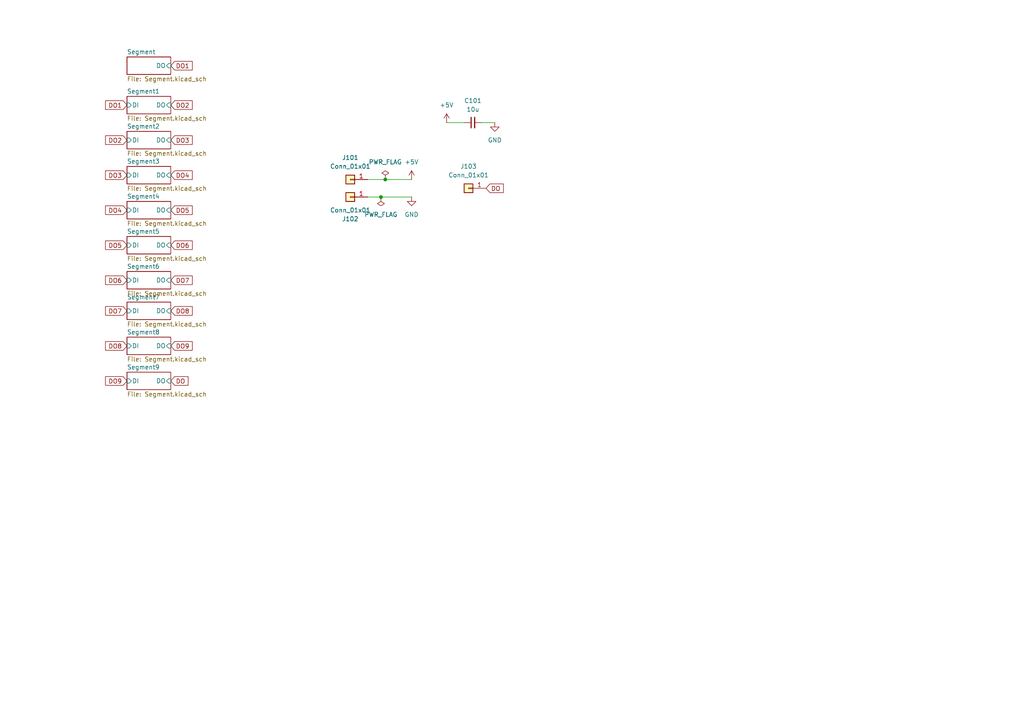
<source format=kicad_sch>
(kicad_sch (version 20250114) (generator "eeschema") (generator_version "9.0")
  (paper "A4")
  (lib_symbols
    (symbol "Connector_Generic:Conn_01x01" (pin_names (offset 1.016) (hide yes))
      (property "Reference" "J" (at 0 2.54 0))
      (property "Value" "Conn_01x01" (at 0 -2.54 0))
      (symbol "Conn_01x01_1_1"
        (rectangle (start -1.27 1.27) (end 1.27 -1.27) (stroke (width 0.254)) (fill (type background)))
        (rectangle (start -1.27 0.127) (end 0 -0.127) (stroke (width 0.1524)))
        (pin passive line (at -5.08 0 0) (length 3.81) (name "Pin_1") (number "1"))
      )
    )
    (symbol "Device:C_Small" (pin_numbers (hide yes)) (pin_names (offset 0.254) (hide yes))
      (property "Reference" "C" (at 0.254 1.778 0))
      (property "Value" "C_Small" (at 0.254 -2.032 0))
      (symbol "C_Small_0_1"
        (polyline (pts (xy -1.524 0.508) (xy 1.524 0.508)) (stroke (width 0.3048)))
        (polyline (pts (xy -1.524 -0.508) (xy 1.524 -0.508)) (stroke (width 0.3302)))
      )
      (symbol "C_Small_1_1"
        (pin passive line (at 0 2.54 270) (length 2.032) (name "~") (number "1"))
        (pin passive line (at 0 -2.54 90) (length 2.032) (name "~") (number "2"))
      )
    )
    (symbol "power:+5V" (power) (pin_numbers (hide yes)) (pin_names (offset 0) (hide yes))
      (property "Value" "+5V" (at 0 3.556 0))
      (symbol "+5V_0_1"
        (polyline (pts (xy -0.762 1.27) (xy 0 2.54)))
        (polyline (pts (xy 0 2.54) (xy 0.762 1.27)))
        (polyline (pts (xy 0 0) (xy 0 2.54)))
      )
      (symbol "+5V_1_1"
        (pin power_in line (at 0 0 90) (length 0) (name "~") (number "1"))
      )
    )
    (symbol "power:GND" (power) (pin_numbers (hide yes)) (pin_names (offset 0) (hide yes))
      (property "Value" "GND" (at 0 -3.81 0))
      (symbol "GND_0_1"
        (polyline (pts (xy 0 0) (xy 0 -1.27) (xy 1.27 -1.27) (xy 0 -2.54) (xy -1.27 -1.27) (xy 0 -1.27)))
      )
      (symbol "GND_1_1"
        (pin power_in line (at 0 0 270) (length 0) (name "~") (number "1"))
      )
    )
    (symbol "power:PWR_FLAG" (power) (pin_numbers (hide yes)) (pin_names (offset 0) (hide yes))
      (property "Value" "PWR_FLAG" (at 0 3.81 0))
      (symbol "PWR_FLAG_0_0"
        (pin power_out line (at 0 0 90) (length 0) (name "~") (number "1"))
      )
      (symbol "PWR_FLAG_0_1"
        (polyline (pts (xy 0 0) (xy 0 1.27) (xy -1.016 1.905) (xy 0 2.54) (xy 1.016 1.905) (xy 0 1.27)))
      )
    )
  )
  (junction (at 110.49 57.15))
  (junction (at 111.76 52.07))
  (wire (pts (xy 111.76 52.07) (xy 119.38 52.07)))
  (wire (pts (xy 110.49 57.15) (xy 106.68 57.15)))
  (wire (pts (xy 106.68 52.07) (xy 111.76 52.07)))
  (wire (pts (xy 110.49 57.15) (xy 119.38 57.15)))
  (wire (pts (xy 129.54 35.56) (xy 134.62 35.56)))
  (wire (pts (xy 143.51 35.56) (xy 139.7 35.56)))
  (global_label "DO1" (shape input) (at 36.83 30.48 180) (property "Intersheetrefs" "${INTERSHEET_REFS}" (effects (hide yes))))
  (global_label "DO3" (shape input) (at 49.53 40.64 0) (property "Intersheetrefs" "${INTERSHEET_REFS}" (effects (hide yes))))
  (global_label "DO3" (shape input) (at 36.83 50.8 180) (property "Intersheetrefs" "${INTERSHEET_REFS}" (effects (hide yes))))
  (global_label "DO5" (shape input) (at 36.83 71.12 180) (property "Intersheetrefs" "${INTERSHEET_REFS}" (effects (hide yes))))
  (global_label "DO2" (shape input) (at 49.53 30.48 0) (property "Intersheetrefs" "${INTERSHEET_REFS}" (effects (hide yes))))
  (global_label "DO7" (shape input) (at 49.53 81.28 0) (property "Intersheetrefs" "${INTERSHEET_REFS}" (effects (hide yes))))
  (global_label "DO8" (shape input) (at 49.53 90.17 0) (property "Intersheetrefs" "${INTERSHEET_REFS}" (effects (hide yes))))
  (global_label "DO2" (shape input) (at 36.83 40.64 180) (property "Intersheetrefs" "${INTERSHEET_REFS}" (effects (hide yes))))
  (global_label "DO5" (shape input) (at 49.53 60.96 0) (property "Intersheetrefs" "${INTERSHEET_REFS}" (effects (hide yes))))
  (global_label "DO6" (shape input) (at 36.83 81.28 180) (property "Intersheetrefs" "${INTERSHEET_REFS}" (effects (hide yes))))
  (global_label "DO6" (shape input) (at 49.53 71.12 0) (property "Intersheetrefs" "${INTERSHEET_REFS}" (effects (hide yes))))
  (global_label "DO" (shape input) (at 49.53 110.49 0) (property "Intersheetrefs" "${INTERSHEET_REFS}" (effects (hide yes))))
  (global_label "DO9" (shape input) (at 49.53 100.33 0) (property "Intersheetrefs" "${INTERSHEET_REFS}" (effects (hide yes))))
  (global_label "DO9" (shape input) (at 36.83 110.49 180) (property "Intersheetrefs" "${INTERSHEET_REFS}" (effects (hide yes))))
  (global_label "DO4" (shape input) (at 49.53 50.8 0) (property "Intersheetrefs" "${INTERSHEET_REFS}" (effects (hide yes))))
  (global_label "DO4" (shape input) (at 36.83 60.96 180) (property "Intersheetrefs" "${INTERSHEET_REFS}" (effects (hide yes))))
  (global_label "DO" (shape input) (at 140.97 54.61 0) (property "Intersheetrefs" "${INTERSHEET_REFS}" (effects (hide yes))))
  (global_label "DO8" (shape input) (at 36.83 100.33 180) (property "Intersheetrefs" "${INTERSHEET_REFS}" (effects (hide yes))))
  (global_label "DO7" (shape input) (at 36.83 90.17 180) (property "Intersheetrefs" "${INTERSHEET_REFS}" (effects (hide yes))))
  (global_label "DO1" (shape input) (at 49.53 19.05 0) (property "Intersheetrefs" "${INTERSHEET_REFS}" (effects (hide yes))))
  (symbol (lib_id "Device:C_Small") (at 137.16 35.56 90) (unit 1)
    (property "Reference" "C101" (at 137.1663 29.21 90))
    (property "Value" "10u" (at 137.1663 31.75 90))
    (property "Footprint" "Capacitor_SMD:C_0603_1608Metric" (effects (hide yes)))
    (property "Description" "Unpolarized capacitor, small symbol" (effects (hide yes)))
  )
  (symbol (lib_id "Connector_Generic:Conn_01x01") (at 135.89 54.61 180) (unit 1)
    (property "Reference" "J103" (at 135.89 48.26 0))
    (property "Value" "Conn_01x01" (at 135.89 50.8 0))
    (property "Footprint" "Connector_Wire:SolderWirePad_1x01_SMD_1.5x3mm" (effects (hide yes)))
    (property "Description" "Generic connector, single row, 01x01, script generated (kicad-library-utils/schlib/autogen/connector/)" (effects (hide yes)))
  )
  (symbol (lib_id "power:GND") (at 143.51 35.56 0) (unit 1)
    (property "Reference" "#PWR0102" (effects (hide yes)))
    (property "Value" "GND" (at 143.51 40.64 0))
    (property "Description" "Power symbol creates a global label with name \"GND\" , ground" (effects (hide yes)))
  )
  (symbol (lib_id "power:GND") (at 119.38 57.15 0) (unit 1)
    (property "Reference" "#PWR0104" (effects (hide yes)))
    (property "Value" "GND" (at 119.38 62.23 0))
    (property "Description" "Power symbol creates a global label with name \"GND\" , ground" (effects (hide yes)))
  )
  (symbol (lib_id "power:+5V") (at 129.54 35.56 0) (unit 1)
    (property "Reference" "#PWR0101" (effects (hide yes)))
    (property "Value" "+5V" (at 129.54 30.48 0))
    (property "Description" "Power symbol creates a global label with name \"+5V\"" (effects (hide yes)))
  )
  (symbol (lib_id "Connector_Generic:Conn_01x01") (at 101.6 52.07 180) (unit 1)
    (property "Reference" "J101" (at 101.6 45.72 0))
    (property "Value" "Conn_01x01" (at 101.6 48.26 0))
    (property "Footprint" "Connector_Wire:SolderWirePad_1x01_SMD_1.5x3mm" (effects (hide yes)))
    (property "Description" "Generic connector, single row, 01x01, script generated (kicad-library-utils/schlib/autogen/connector/)" (effects (hide yes)))
  )
  (symbol (lib_id "power:PWR_FLAG") (at 111.76 52.07 0) (unit 1)
    (property "Reference" "#FLG0102" (effects (hide yes)))
    (property "Value" "PWR_FLAG" (at 111.76 46.99 0))
    (property "Description" "Special symbol for telling ERC where power comes from" (effects (hide yes)))
  )
  (symbol (lib_id "power:+5V") (at 119.38 52.07 0) (unit 1)
    (property "Reference" "#PWR0103" (effects (hide yes)))
    (property "Value" "+5V" (at 119.38 46.99 0))
    (property "Description" "Power symbol creates a global label with name \"+5V\"" (effects (hide yes)))
  )
  (symbol (lib_id "Connector_Generic:Conn_01x01") (at 101.6 57.15 0) (mirror y) (unit 1)
    (property "Reference" "J102" (at 101.6 63.5 0))
    (property "Value" "Conn_01x01" (at 101.6 60.96 0))
    (property "Footprint" "Connector_Wire:SolderWirePad_1x01_SMD_1.5x3mm" (effects (hide yes)))
    (property "Description" "Generic connector, single row, 01x01, script generated (kicad-library-utils/schlib/autogen/connector/)" (effects (hide yes)))
  )
  (symbol (lib_id "power:PWR_FLAG") (at 110.49 57.15 180) (unit 1)
    (property "Reference" "#FLG0101" (effects (hide yes)))
    (property "Value" "PWR_FLAG" (at 110.49 62.23 0))
    (property "Description" "Special symbol for telling ERC where power comes from" (effects (hide yes)))
  )
  (sheet (at 36.83 27.94) (size 12.7 5.08) (stroke (width 0.1524))
    (property "Sheetname" "Segment1" (at 36.83 27.2284 0) (effects (justify left bottom)))
    (property "Sheetfile" "Segment.kicad_sch" (at 36.83 33.6046 0) (effects (justify left top)))
    (pin "DI" input (at 36.83 30.48 180))
    (pin "DO" input (at 49.53 30.48 0))
  )
  (sheet (at 36.83 48.26) (size 12.7 5.08) (stroke (width 0.1524))
    (property "Sheetname" "Segment3" (at 36.83 47.5484 0) (effects (justify left bottom)))
    (property "Sheetfile" "Segment.kicad_sch" (at 36.83 53.9246 0) (effects (justify left top)))
    (pin "DI" input (at 36.83 50.8 180))
    (pin "DO" input (at 49.53 50.8 0))
  )
  (sheet (at 36.83 68.58) (size 12.7 5.08) (stroke (width 0.1524))
    (property "Sheetname" "Segment5" (at 36.83 67.8684 0) (effects (justify left bottom)))
    (property "Sheetfile" "Segment.kicad_sch" (at 36.83 74.2446 0) (effects (justify left top)))
    (pin "DI" input (at 36.83 71.12 180))
    (pin "DO" input (at 49.53 71.12 0))
  )
  (sheet (at 36.83 78.74) (size 12.7 5.08) (stroke (width 0.1524))
    (property "Sheetname" "Segment6" (at 36.83 78.0284 0) (effects (justify left bottom)))
    (property "Sheetfile" "Segment.kicad_sch" (at 36.83 84.4046 0) (effects (justify left top)))
    (pin "DI" input (at 36.83 81.28 180))
    (pin "DO" input (at 49.53 81.28 0))
  )
  (sheet (at 36.83 38.1) (size 12.7 5.08) (stroke (width 0.1524))
    (property "Sheetname" "Segment2" (at 36.83 37.3884 0) (effects (justify left bottom)))
    (property "Sheetfile" "Segment.kicad_sch" (at 36.83 43.7646 0) (effects (justify left top)))
    (pin "DI" input (at 36.83 40.64 180))
    (pin "DO" input (at 49.53 40.64 0))
  )
  (sheet (at 36.83 107.95) (size 12.7 5.08) (stroke (width 0.1524))
    (property "Sheetname" "Segment9" (at 36.83 107.2384 0) (effects (justify left bottom)))
    (property "Sheetfile" "Segment.kicad_sch" (at 36.83 113.6146 0) (effects (justify left top)))
    (pin "DI" input (at 36.83 110.49 180))
    (pin "DO" input (at 49.53 110.49 0))
  )
  (sheet (at 36.83 58.42) (size 12.7 5.08) (stroke (width 0.1524))
    (property "Sheetname" "Segment4" (at 36.83 57.7084 0) (effects (justify left bottom)))
    (property "Sheetfile" "Segment.kicad_sch" (at 36.83 64.0846 0) (effects (justify left top)))
    (pin "DI" input (at 36.83 60.96 180))
    (pin "DO" input (at 49.53 60.96 0))
  )
  (sheet (at 36.83 16.51) (size 12.7 5.08) (stroke (width 0.1524))
    (property "Sheetname" "Segment" (at 36.83 15.7984 0) (effects (justify left bottom)))
    (property "Sheetfile" "Segment.kicad_sch" (at 36.83 22.1746 0) (effects (justify left top)))
    (pin "DO" input (at 49.53 19.05 0))
  )
  (sheet (at 36.83 97.79) (size 12.7 5.08) (stroke (width 0.1524))
    (property "Sheetname" "Segment8" (at 36.83 97.0784 0) (effects (justify left bottom)))
    (property "Sheetfile" "Segment.kicad_sch" (at 36.83 103.4546 0) (effects (justify left top)))
    (pin "DI" input (at 36.83 100.33 180))
    (pin "DO" input (at 49.53 100.33 0))
  )
  (sheet (at 36.83 87.63) (size 12.7 5.08) (stroke (width 0.1524))
    (property "Sheetname" "Segment7" (at 36.83 86.9184 0) (effects (justify left bottom)))
    (property "Sheetfile" "Segment.kicad_sch" (at 36.83 93.2946 0) (effects (justify left top)))
    (pin "DI" input (at 36.83 90.17 180))
    (pin "DO" input (at 49.53 90.17 0))
  )
)
</source>
